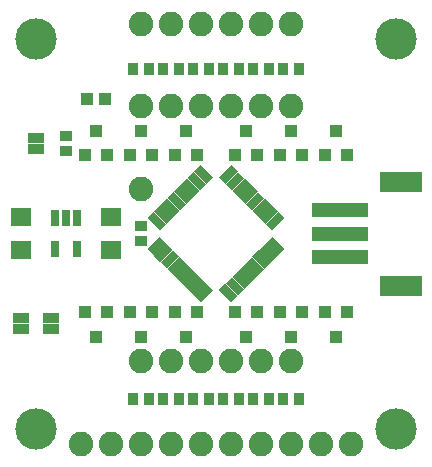
<source format=gts>
G75*
G70*
%OFA0B0*%
%FSLAX24Y24*%
%IPPOS*%
%LPD*%
%AMOC8*
5,1,8,0,0,1.08239X$1,22.5*
%
%ADD10C,0.0820*%
%ADD11R,0.0356X0.0434*%
%ADD12R,0.0580X0.0300*%
%ADD13R,0.0300X0.0580*%
%ADD14R,0.0580X0.0330*%
%ADD15R,0.0710X0.0631*%
%ADD16R,0.0395X0.0395*%
%ADD17R,0.0434X0.0356*%
%ADD18R,0.0297X0.0552*%
%ADD19C,0.1380*%
%ADD20R,0.0395X0.0434*%
%ADD21R,0.1891X0.0474*%
%ADD22R,0.1419X0.0710*%
D10*
X013333Y007833D03*
X014333Y007833D03*
X015333Y007833D03*
X016333Y007833D03*
X017333Y007833D03*
X018333Y007833D03*
X019333Y007833D03*
X020333Y007833D03*
X021333Y007833D03*
X022333Y007833D03*
X020333Y010583D03*
X019333Y010583D03*
X018333Y010583D03*
X017333Y010583D03*
X016333Y010583D03*
X015333Y010583D03*
X015333Y016333D03*
X015333Y019083D03*
X016333Y019083D03*
X017333Y019083D03*
X018333Y019083D03*
X019333Y019083D03*
X020333Y019083D03*
X020333Y021833D03*
X019333Y021833D03*
X018333Y021833D03*
X017333Y021833D03*
X016333Y021833D03*
X015333Y021833D03*
D11*
X015077Y020333D03*
X015589Y020333D03*
X016077Y020333D03*
X016589Y020333D03*
X017077Y020333D03*
X017589Y020333D03*
X018077Y020333D03*
X018589Y020333D03*
X019077Y020333D03*
X019589Y020333D03*
X020077Y020333D03*
X020589Y020333D03*
X020589Y009333D03*
X020077Y009333D03*
X019589Y009333D03*
X019077Y009333D03*
X018589Y009333D03*
X018077Y009333D03*
X017589Y009333D03*
X017077Y009333D03*
X016589Y009333D03*
X016077Y009333D03*
X015589Y009333D03*
X015077Y009333D03*
D12*
G36*
X017729Y012957D02*
X017320Y012548D01*
X017107Y012761D01*
X017516Y013170D01*
X017729Y012957D01*
G37*
G36*
X017506Y013180D02*
X017097Y012771D01*
X016884Y012984D01*
X017293Y013393D01*
X017506Y013180D01*
G37*
G36*
X017283Y013402D02*
X016874Y012993D01*
X016661Y013206D01*
X017070Y013615D01*
X017283Y013402D01*
G37*
G36*
X017061Y013625D02*
X016652Y013216D01*
X016439Y013429D01*
X016848Y013838D01*
X017061Y013625D01*
G37*
G36*
X016838Y013848D02*
X016429Y013439D01*
X016216Y013652D01*
X016625Y014061D01*
X016838Y013848D01*
G37*
G36*
X016615Y014070D02*
X016206Y013661D01*
X015993Y013874D01*
X016402Y014283D01*
X016615Y014070D01*
G37*
G36*
X016393Y014293D02*
X015984Y013884D01*
X015771Y014097D01*
X016180Y014506D01*
X016393Y014293D01*
G37*
G36*
X016170Y014516D02*
X015761Y014107D01*
X015548Y014320D01*
X015957Y014729D01*
X016170Y014516D01*
G37*
G36*
X019228Y016238D02*
X018819Y015829D01*
X018606Y016042D01*
X019015Y016451D01*
X019228Y016238D01*
G37*
G36*
X019005Y016460D02*
X018596Y016051D01*
X018383Y016264D01*
X018792Y016673D01*
X019005Y016460D01*
G37*
G36*
X018783Y016683D02*
X018374Y016274D01*
X018161Y016487D01*
X018570Y016896D01*
X018783Y016683D01*
G37*
G36*
X018560Y016906D02*
X018151Y016497D01*
X017938Y016710D01*
X018347Y017119D01*
X018560Y016906D01*
G37*
G36*
X019451Y016015D02*
X019042Y015606D01*
X018829Y015819D01*
X019238Y016228D01*
X019451Y016015D01*
G37*
G36*
X019673Y015792D02*
X019264Y015383D01*
X019051Y015596D01*
X019460Y016005D01*
X019673Y015792D01*
G37*
G36*
X019896Y015570D02*
X019487Y015161D01*
X019274Y015374D01*
X019683Y015783D01*
X019896Y015570D01*
G37*
G36*
X020119Y015347D02*
X019710Y014938D01*
X019497Y015151D01*
X019906Y015560D01*
X020119Y015347D01*
G37*
D13*
G36*
X020119Y014320D02*
X019906Y014107D01*
X019497Y014516D01*
X019710Y014729D01*
X020119Y014320D01*
G37*
G36*
X019896Y014097D02*
X019683Y013884D01*
X019274Y014293D01*
X019487Y014506D01*
X019896Y014097D01*
G37*
G36*
X019673Y013874D02*
X019460Y013661D01*
X019051Y014070D01*
X019264Y014283D01*
X019673Y013874D01*
G37*
G36*
X019451Y013652D02*
X019238Y013439D01*
X018829Y013848D01*
X019042Y014061D01*
X019451Y013652D01*
G37*
G36*
X019228Y013429D02*
X019015Y013216D01*
X018606Y013625D01*
X018819Y013838D01*
X019228Y013429D01*
G37*
G36*
X019005Y013206D02*
X018792Y012993D01*
X018383Y013402D01*
X018596Y013615D01*
X019005Y013206D01*
G37*
G36*
X018783Y012984D02*
X018570Y012771D01*
X018161Y013180D01*
X018374Y013393D01*
X018783Y012984D01*
G37*
G36*
X018560Y012761D02*
X018347Y012548D01*
X017938Y012957D01*
X018151Y013170D01*
X018560Y012761D01*
G37*
G36*
X016170Y015151D02*
X015957Y014938D01*
X015548Y015347D01*
X015761Y015560D01*
X016170Y015151D01*
G37*
G36*
X016393Y015374D02*
X016180Y015161D01*
X015771Y015570D01*
X015984Y015783D01*
X016393Y015374D01*
G37*
G36*
X016615Y015596D02*
X016402Y015383D01*
X015993Y015792D01*
X016206Y016005D01*
X016615Y015596D01*
G37*
G36*
X016838Y015819D02*
X016625Y015606D01*
X016216Y016015D01*
X016429Y016228D01*
X016838Y015819D01*
G37*
G36*
X017061Y016042D02*
X016848Y015829D01*
X016439Y016238D01*
X016652Y016451D01*
X017061Y016042D01*
G37*
G36*
X017283Y016264D02*
X017070Y016051D01*
X016661Y016460D01*
X016874Y016673D01*
X017283Y016264D01*
G37*
G36*
X017506Y016487D02*
X017293Y016274D01*
X016884Y016683D01*
X017097Y016896D01*
X017506Y016487D01*
G37*
G36*
X017729Y016710D02*
X017516Y016497D01*
X017107Y016906D01*
X017320Y017119D01*
X017729Y016710D01*
G37*
D14*
X011833Y017656D03*
X011833Y018010D03*
X011333Y012010D03*
X011333Y011656D03*
X012333Y011656D03*
X012333Y012010D03*
D15*
X011333Y014282D03*
X011333Y015385D03*
X014333Y015385D03*
X014333Y014282D03*
D16*
X014129Y019333D03*
X013538Y019333D03*
D17*
X012833Y018089D03*
X012833Y017577D03*
X015333Y015089D03*
X015333Y014577D03*
D18*
X013207Y014321D03*
X012459Y014321D03*
X012459Y015345D03*
X012833Y015345D03*
X013207Y015345D03*
D19*
X011833Y021333D03*
X023833Y021333D03*
X023833Y008333D03*
X011833Y008333D03*
D20*
X013833Y011400D03*
X013459Y012227D03*
X014207Y012227D03*
X014959Y012227D03*
X015707Y012227D03*
X016459Y012227D03*
X017207Y012227D03*
X018459Y012227D03*
X019207Y012227D03*
X019959Y012227D03*
X020707Y012227D03*
X021459Y012227D03*
X022207Y012227D03*
X021833Y011400D03*
X020333Y011400D03*
X018833Y011400D03*
X016833Y011400D03*
X015333Y011400D03*
X014959Y017440D03*
X014207Y017440D03*
X013459Y017440D03*
X013833Y018266D03*
X015333Y018266D03*
X015707Y017440D03*
X016459Y017440D03*
X017207Y017440D03*
X018459Y017440D03*
X019207Y017440D03*
X019959Y017440D03*
X020707Y017440D03*
X021459Y017440D03*
X022207Y017440D03*
X021833Y018266D03*
X020333Y018266D03*
X018833Y018266D03*
X016833Y018266D03*
D21*
X021955Y015617D03*
X021955Y014829D03*
X021955Y014042D03*
D22*
X024003Y013097D03*
X024003Y016562D03*
M02*

</source>
